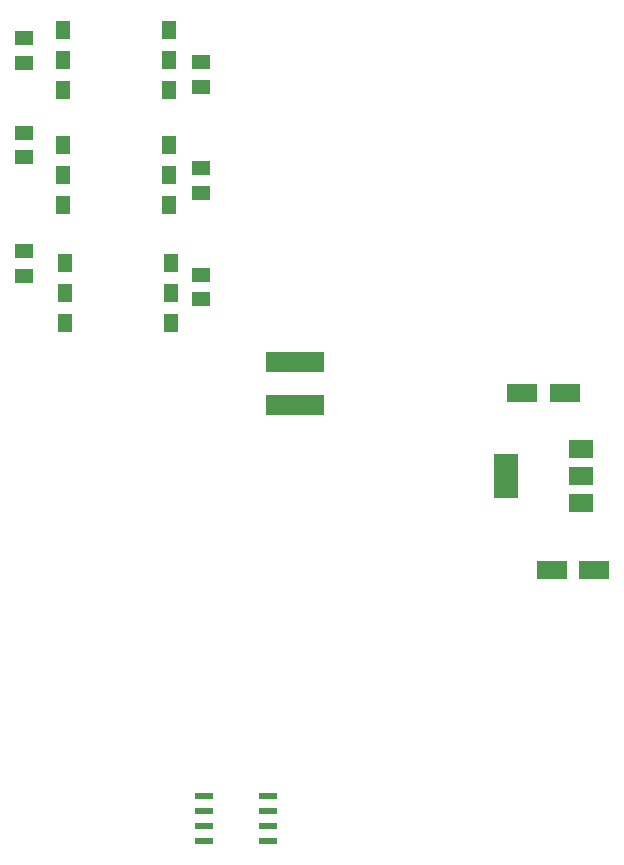
<source format=gbr>
G04 #@! TF.GenerationSoftware,KiCad,Pcbnew,5.0.0-rc2-unknown-bfa8903~65~ubuntu16.04.1*
G04 #@! TF.CreationDate,2018-06-03T14:39:05-05:00*
G04 #@! TF.ProjectId,omega-dock-new,6F6D6567612D646F636B2D6E65772E6B,rev?*
G04 #@! TF.SameCoordinates,Original*
G04 #@! TF.FileFunction,Paste,Bot*
G04 #@! TF.FilePolarity,Positive*
%FSLAX46Y46*%
G04 Gerber Fmt 4.6, Leading zero omitted, Abs format (unit mm)*
G04 Created by KiCad (PCBNEW 5.0.0-rc2-unknown-bfa8903~65~ubuntu16.04.1) date Sun Jun  3 14:39:05 2018*
%MOMM*%
%LPD*%
G01*
G04 APERTURE LIST*
%ADD10R,1.500000X1.145000*%
%ADD11R,1.300000X1.500000*%
%ADD12R,5.000000X1.800000*%
%ADD13R,2.000000X3.800000*%
%ADD14R,2.000000X1.500000*%
%ADD15R,2.600000X1.600000*%
%ADD16R,1.550000X0.600000*%
G04 APERTURE END LIST*
D10*
G04 #@! TO.C,R10*
X116000000Y-84042500D03*
X116000000Y-81957500D03*
G04 #@! TD*
G04 #@! TO.C,R11*
X116000000Y-74042500D03*
X116000000Y-71957500D03*
G04 #@! TD*
G04 #@! TO.C,R12*
X116000000Y-63957500D03*
X116000000Y-66042500D03*
G04 #@! TD*
D11*
G04 #@! TO.C,U5*
X128500000Y-88080000D03*
X128500000Y-85540000D03*
X128500000Y-83000000D03*
X119500000Y-83000000D03*
X119500000Y-85540000D03*
X119500000Y-88080000D03*
G04 #@! TD*
G04 #@! TO.C,U6*
X119302500Y-78080000D03*
X119302500Y-75540000D03*
X119302500Y-73000000D03*
X128302500Y-73000000D03*
X128302500Y-75540000D03*
X128302500Y-78080000D03*
G04 #@! TD*
G04 #@! TO.C,U7*
X119302500Y-68304048D03*
X119302500Y-65764048D03*
X119302500Y-63224048D03*
X128302500Y-63224048D03*
X128302500Y-65764048D03*
X128302500Y-68304048D03*
G04 #@! TD*
D12*
G04 #@! TO.C,L2*
X139000000Y-95030000D03*
X139000000Y-91330000D03*
G04 #@! TD*
D10*
G04 #@! TO.C,R13*
X131000000Y-86042500D03*
X131000000Y-83957500D03*
G04 #@! TD*
G04 #@! TO.C,R14*
X131000000Y-74957500D03*
X131000000Y-77042500D03*
G04 #@! TD*
G04 #@! TO.C,R15*
X131000000Y-65957500D03*
X131000000Y-68042500D03*
G04 #@! TD*
D13*
G04 #@! TO.C,U3*
X156850000Y-101000000D03*
D14*
X163150000Y-101000000D03*
X163150000Y-103300000D03*
X163150000Y-98700000D03*
G04 #@! TD*
D15*
G04 #@! TO.C,C7*
X161800000Y-94000000D03*
X158200000Y-94000000D03*
G04 #@! TD*
D16*
G04 #@! TO.C,U12*
X136700000Y-128095000D03*
X136700000Y-129365000D03*
X136700000Y-130635000D03*
X136700000Y-131905000D03*
X131300000Y-131905000D03*
X131300000Y-130635000D03*
X131300000Y-129365000D03*
X131300000Y-128095000D03*
G04 #@! TD*
D15*
G04 #@! TO.C,C9*
X160700000Y-109000000D03*
X164300000Y-109000000D03*
G04 #@! TD*
M02*

</source>
